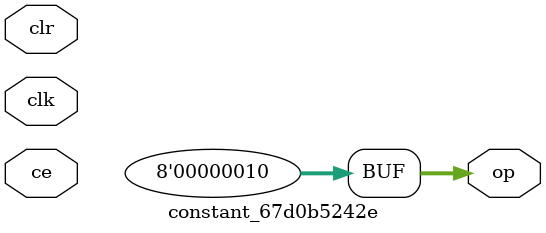
<source format=v>
module constant_67d0b5242e (
  output [(8 - 1):0] op,
  input clk,
  input ce,
  input clr);
  localparam [(8 - 1):0] const_value = 8'b00000010;
  assign op = 8'b00000010;
endmodule
</source>
